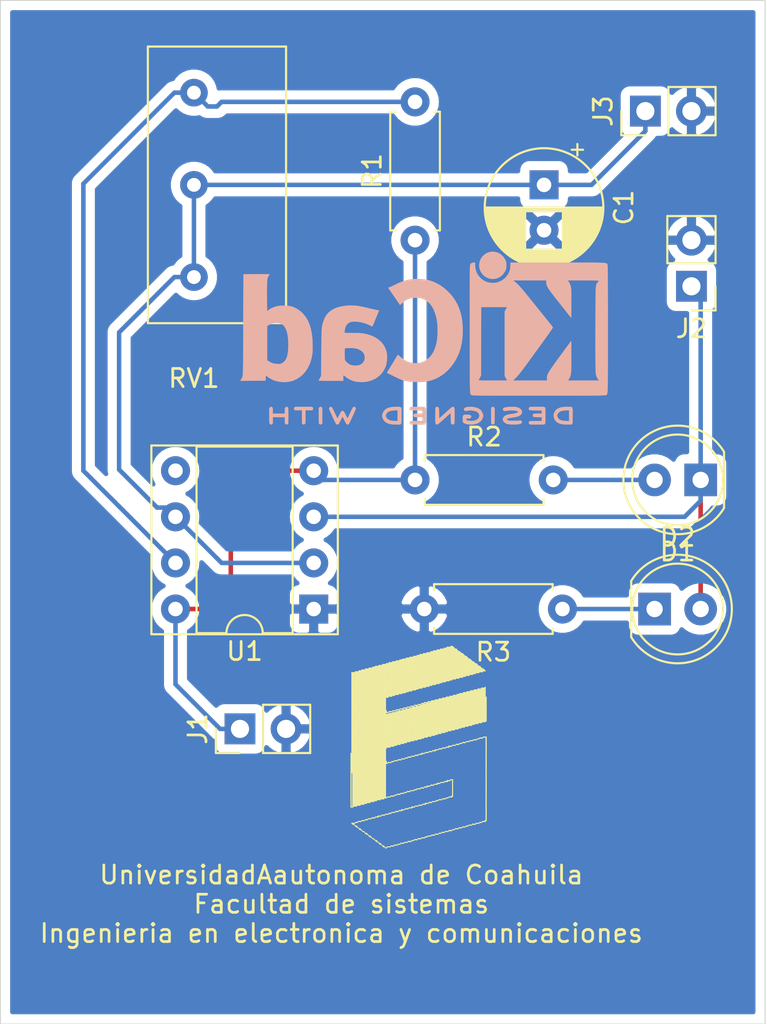
<source format=kicad_pcb>
(kicad_pcb (version 20171130) (host pcbnew "(5.1.4)-1")
  (layers (0 F.Cu signal) (31 B.Cu signal) (34 B.Paste user) (35 F.Paste user) (36 B.SilkS user) (37 F.SilkS user) (38 B.Mask user) (39 F.Mask user) (44 Edge.Cuts user))
  (net 0 "")
  (net 1 GND)
  (net 2 Carga)
  (net 3 "Net-(D1-Pad2)")
  (net 4 "Net-(D2-Pad1)")
  (net 5 +5V)
  (net 6 Salida)
  (net 7 "Net-(R1-Pad2)")
  (net 8 "Net-(U1-Pad5)")
  (module Symbol:KiCad-Logo2_8mm_SilkScreen (layer B.Cu) (at 105.664 88.392 180)
    (fp_text reference REF** hide)
    (fp_text value KiCad-Logo2_8mm_SilkScreen hide)
  )
  (module Libreria:LOGO (layer F.Cu) (at 101.6 106.172)
    (fp_text reference LOGO hide)
    (fp_text value "" (at 0 0) (layer F.SilkS) (effects (font (size 1.27 1.27))))
  )
  (module Potenciometro:Potenciometro_5.08mm (layer F.Cu) (at 92.964 90.932)
    (fp_text reference RV1 (at 0 0.5) (layer F.SilkS))
    (fp_text value 100K)
    (pad 3 thru_hole circle (at 0 -5.08) (size 1.524 1.524) (drill 0.762) (layers *.Cu *.Mask) (net 2 Carga))
    (pad 2 thru_hole circle (at 0 -10.16) (size 1.524 1.524) (drill 0.762) (layers *.Cu *.Mask) (net 2 Carga))
    (pad 1 thru_hole circle (at 0 -15.24) (size 1.524 1.524) (drill 0.762) (layers *.Cu *.Mask) (net 7 "Net-(R1-Pad2)"))
  )
  (module Package_DIP:DIP-8_W7.62mm_Socket (layer F.Cu) (at 99.568 104.14 180)
    (fp_text reference U1 (at 3.81 -2.33) (layer F.SilkS))
    (fp_text value LM555)
    (pad 8 thru_hole oval (at 7.62 0 180) (size 1.6 1.6) (drill 0.8) (layers *.Cu *.Mask) (net 5 +5V))
    (pad 4 thru_hole oval (at 0 7.62 180) (size 1.6 1.6) (drill 0.8) (layers *.Cu *.Mask) (net 5 +5V))
    (pad 7 thru_hole oval (at 7.62 2.54 180) (size 1.6 1.6) (drill 0.8) (layers *.Cu *.Mask) (net 7 "Net-(R1-Pad2)"))
    (pad 3 thru_hole oval (at 0 5.08 180) (size 1.6 1.6) (drill 0.8) (layers *.Cu *.Mask) (net 6 Salida))
    (pad 6 thru_hole oval (at 7.62 5.08 180) (size 1.6 1.6) (drill 0.8) (layers *.Cu *.Mask) (net 2 Carga))
    (pad 2 thru_hole oval (at 0 2.54 180) (size 1.6 1.6) (drill 0.8) (layers *.Cu *.Mask) (net 2 Carga))
    (pad 5 thru_hole oval (at 7.62 7.62 180) (size 1.6 1.6) (drill 0.8) (layers *.Cu *.Mask) (net 8 "Net-(U1-Pad5)"))
    (pad 1 thru_hole rect (at 0 0 180) (size 1.6 1.6) (drill 0.8) (layers *.Cu *.Mask) (net 1 GND))
  )
  (module Resistor_THT:R_Axial_DIN0207_L6.3mm_D2.5mm_P7.62mm_Horizontal (layer F.Cu) (at 113.284 104.14 180)
    (fp_text reference R3 (at 3.81 -2.37) (layer F.SilkS))
    (fp_text value 680)
    (pad 2 thru_hole oval (at 7.62 0 180) (size 1.6 1.6) (drill 0.8) (layers *.Cu *.Mask) (net 1 GND))
    (pad 1 thru_hole circle (at 0 0 180) (size 1.6 1.6) (drill 0.8) (layers *.Cu *.Mask) (net 4 "Net-(D2-Pad1)"))
  )
  (module Resistor_THT:R_Axial_DIN0207_L6.3mm_D2.5mm_P7.62mm_Horizontal (layer F.Cu) (at 105.156 97.028)
    (fp_text reference R2 (at 3.81 -2.37) (layer F.SilkS))
    (fp_text value 680)
    (pad 2 thru_hole oval (at 7.62 0) (size 1.6 1.6) (drill 0.8) (layers *.Cu *.Mask) (net 3 "Net-(D1-Pad2)"))
    (pad 1 thru_hole circle (at 0 0) (size 1.6 1.6) (drill 0.8) (layers *.Cu *.Mask) (net 5 +5V))
  )
  (module Resistor_THT:R_Axial_DIN0207_L6.3mm_D2.5mm_P7.62mm_Horizontal (layer F.Cu) (at 105.156 83.82 90)
    (fp_text reference R1 (at 3.81 -2.37 90) (layer F.SilkS))
    (fp_text value 1K)
    (pad 2 thru_hole oval (at 7.62 0 90) (size 1.6 1.6) (drill 0.8) (layers *.Cu *.Mask) (net 7 "Net-(R1-Pad2)"))
    (pad 1 thru_hole circle (at 0 0 90) (size 1.6 1.6) (drill 0.8) (layers *.Cu *.Mask) (net 5 +5V))
  )
  (module Connector_PinHeader_2.54mm:PinHeader_1x02_P2.54mm_Vertical (layer F.Cu) (at 117.856 76.708 90)
    (fp_text reference J3 (at 0 -2.33 90) (layer F.SilkS))
    (fp_text value Carga)
    (pad 2 thru_hole oval (at 0 2.54 90) (size 1.7 1.7) (drill 1) (layers *.Cu *.Mask) (net 1 GND))
    (pad 1 thru_hole rect (at 0 0 90) (size 1.7 1.7) (drill 1) (layers *.Cu *.Mask) (net 2 Carga))
  )
  (module Connector_PinHeader_2.54mm:PinHeader_1x02_P2.54mm_Vertical (layer F.Cu) (at 120.396 86.36 180)
    (fp_text reference J2 (at 0 -2.33) (layer F.SilkS))
    (fp_text value Salida)
    (pad 2 thru_hole oval (at 0 2.54 180) (size 1.7 1.7) (drill 1) (layers *.Cu *.Mask) (net 1 GND))
    (pad 1 thru_hole rect (at 0 0 180) (size 1.7 1.7) (drill 1) (layers *.Cu *.Mask) (net 6 Salida))
  )
  (module Connector_PinHeader_2.54mm:PinHeader_1x02_P2.54mm_Vertical (layer F.Cu) (at 95.504 110.744 90)
    (fp_text reference J1 (at 0 -2.33 90) (layer F.SilkS))
    (fp_text value Alimentacion)
    (pad 2 thru_hole oval (at 0 2.54 90) (size 1.7 1.7) (drill 1) (layers *.Cu *.Mask) (net 1 GND))
    (pad 1 thru_hole rect (at 0 0 90) (size 1.7 1.7) (drill 1) (layers *.Cu *.Mask) (net 5 +5V))
  )
  (module LED_THT:LED_D5.0mm (layer F.Cu) (at 118.364 104.14)
    (fp_text reference D2 (at 1.27 -3.96) (layer F.SilkS))
    (fp_text value LED_Amarillo)
    (pad 2 thru_hole circle (at 2.54 0) (size 1.8 1.8) (drill 0.9) (layers *.Cu *.Mask) (net 6 Salida))
    (pad 1 thru_hole rect (at 0 0) (size 1.8 1.8) (drill 0.9) (layers *.Cu *.Mask) (net 4 "Net-(D2-Pad1)"))
  )
  (module LED_THT:LED_D5.0mm (layer F.Cu) (at 120.904 97.028 180)
    (fp_text reference D1 (at 1.27 -3.96) (layer F.SilkS))
    (fp_text value LED_Rojo)
    (pad 2 thru_hole circle (at 2.54 0 180) (size 1.8 1.8) (drill 0.9) (layers *.Cu *.Mask) (net 3 "Net-(D1-Pad2)"))
    (pad 1 thru_hole rect (at 0 0 180) (size 1.8 1.8) (drill 0.9) (layers *.Cu *.Mask) (net 6 Salida))
  )
  (module Capacitor_THT:CP_Radial_D6.3mm_P2.50mm (layer F.Cu) (at 112.268 80.772 270)
    (fp_text reference C1 (at 1.25 -4.4 90) (layer F.SilkS))
    (fp_text value 100uF)
    (pad 2 thru_hole circle (at 2.5 0 270) (size 1.6 1.6) (drill 0.8) (layers *.Cu *.Mask) (net 1 GND))
    (pad 1 thru_hole rect (at 0 0 270) (size 1.6 1.6) (drill 0.8) (layers *.Cu *.Mask) (net 2 Carga))
  )
  (gr_line (start 124.46 127) (end 82.296 127) (layer Edge.Cuts) (width 0.05))
  (gr_line (start 124.46 70.612) (end 124.46 127) (layer Edge.Cuts) (width 0.05))
  (gr_line (start 82.296 70.612) (end 124.46 70.612) (layer Edge.Cuts) (width 0.05))
  (gr_line (start 82.296 127) (end 82.296 70.612) (layer Edge.Cuts) (width 0.05))
  (gr_text "UniversidadAautonoma de Coahuila\nFacultad de sistemas\nIngenieria en electronica y comunicaciones" (at 101.092 120.396) (layer F.SilkS) (effects (font (size 1 1))))
  (segment (start 92.964 80.772) (end 112.268 80.772) (width 0.25) (layer B.Cu) (net 2))
  (segment (start 117.856 77.808) (end 117.856 76.708) (width 0.25) (layer B.Cu) (net 2))
  (segment (start 114.892 80.772) (end 117.856 77.808) (width 0.25) (layer B.Cu) (net 2))
  (segment (start 112.268 80.772) (end 114.892 80.772) (width 0.25) (layer B.Cu) (net 2))
  (segment (start 94.488 101.6) (end 99.568 101.6) (width 0.25) (layer B.Cu) (net 2))
  (segment (start 91.948 99.06) (end 94.488 101.6) (width 0.25) (layer B.Cu) (net 2))
  (segment (start 92.964 81.84963) (end 92.964 85.852) (width 0.25) (layer B.Cu) (net 2))
  (segment (start 92.964 80.772) (end 92.964 81.84963) (width 0.25) (layer B.Cu) (net 2))
  (segment (start 91.88637 85.852) (end 88.83837 88.9) (width 0.25) (layer B.Cu) (net 2))
  (segment (start 92.964 85.852) (end 91.88637 85.852) (width 0.25) (layer B.Cu) (net 2))
  (segment (start 88.83837 88.9) (end 88.83837 96.45837) (width 0.25) (layer B.Cu) (net 2))
  (segment (start 88.83837 96.45837) (end 90.932 98.552) (width 0.25) (layer B.Cu) (net 2))
  (segment (start 91.44 98.552) (end 91.948 99.06) (width 0.25) (layer B.Cu) (net 2))
  (segment (start 90.932 98.552) (end 91.44 98.552) (width 0.25) (layer B.Cu) (net 2))
  (segment (start 112.776 97.028) (end 118.364 97.028) (width 0.25) (layer B.Cu) (net 3))
  (segment (start 113.284 104.14) (end 118.364 104.14) (width 0.25) (layer B.Cu) (net 4))
  (segment (start 105.156 83.82) (end 105.156 97.028) (width 0.25) (layer B.Cu) (net 5))
  (segment (start 100.076 97.028) (end 99.568 96.52) (width 0.25) (layer B.Cu) (net 5))
  (segment (start 105.156 97.028) (end 100.076 97.028) (width 0.25) (layer B.Cu) (net 5))
  (segment (start 91.948 104.14) (end 93.472 104.14) (width 0.25) (layer F.Cu) (net 5))
  (segment (start 99.568 96.52) (end 97.536 96.52) (width 0.25) (layer F.Cu) (net 5))
  (segment (start 94.996 99.06) (end 94.996 103.632) (width 0.25) (layer F.Cu) (net 5))
  (segment (start 97.536 96.52) (end 94.996 99.06) (width 0.25) (layer F.Cu) (net 5))
  (segment (start 91.948 105.27137) (end 91.948 104.14) (width 0.25) (layer B.Cu) (net 5))
  (segment (start 91.948 108.288) (end 91.948 105.27137) (width 0.25) (layer B.Cu) (net 5))
  (segment (start 94.404 110.744) (end 91.948 108.288) (width 0.25) (layer B.Cu) (net 5))
  (segment (start 95.504 110.744) (end 94.404 110.744) (width 0.25) (layer B.Cu) (net 5))
  (segment (start 94.488 104.14) (end 91.948 104.14) (width 0.25) (layer F.Cu) (net 5))
  (segment (start 94.996 103.632) (end 94.488 104.14) (width 0.25) (layer F.Cu) (net 5))
  (segment (start 100.69937 99.06) (end 99.568 99.06) (width 0.25) (layer B.Cu) (net 6))
  (segment (start 120.022 99.06) (end 100.69937 99.06) (width 0.25) (layer B.Cu) (net 6))
  (segment (start 120.904 98.178) (end 120.022 99.06) (width 0.25) (layer B.Cu) (net 6))
  (segment (start 120.904 97.028) (end 120.904 98.178) (width 0.25) (layer B.Cu) (net 6))
  (segment (start 120.904 86.868) (end 120.396 86.36) (width 0.25) (layer B.Cu) (net 6))
  (segment (start 120.904 97.028) (end 120.904 86.868) (width 0.25) (layer B.Cu) (net 6))
  (segment (start 120.904 97.028) (end 120.904 104.14) (width 0.25) (layer F.Cu) (net 6))
  (segment (start 94.488 76.2) (end 105.156 76.2) (width 0.25) (layer B.Cu) (net 7))
  (segment (start 91.148001 100.800001) (end 91.948 101.6) (width 0.25) (layer B.Cu) (net 7))
  (segment (start 86.868 96.52) (end 91.148001 100.800001) (width 0.25) (layer B.Cu) (net 7))
  (segment (start 86.868 80.71037) (end 86.868 96.52) (width 0.25) (layer B.Cu) (net 7))
  (segment (start 91.88637 75.692) (end 86.868 80.71037) (width 0.25) (layer B.Cu) (net 7))
  (segment (start 92.964 75.692) (end 91.88637 75.692) (width 0.25) (layer B.Cu) (net 7))
  (segment (start 93.725999 76.453999) (end 92.964 75.692) (width 0.25) (layer B.Cu) (net 7))
  (segment (start 94.234001 76.453999) (end 93.725999 76.453999) (width 0.25) (layer B.Cu) (net 7))
  (segment (start 94.488 76.2) (end 94.234001 76.453999) (width 0.25) (layer B.Cu) (net 7))
  (zone (net 1) (net_name GND) (layer B.Cu) (connect_pads (clearance 0.508)) (min_thickness 0.254) (fill yes (arc_segments 32) (thermal_gap 0.508) (thermal_bridge_width 0.508))
    (polygon (pts (xy 82.296 70.612) (xy 124.46 70.612) (xy 124.46 127) (xy 82.296 127) (xy 82.296 126.492)))
  )
)
</source>
